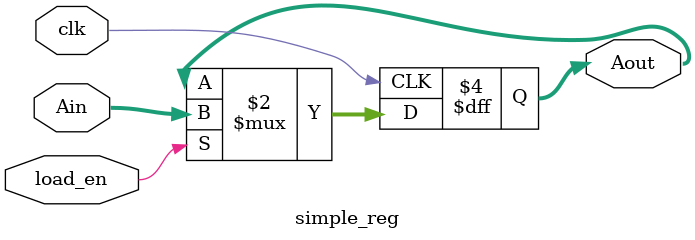
<source format=v>
module simple_reg(input [15:0] Ain,
                  input load_en,
                  input clk,
                  output reg [15:0] Aout);

    always@(posedge clk)
    begin
        if(load_en)
			Aout <= Ain;
    end
    
endmodule

</source>
